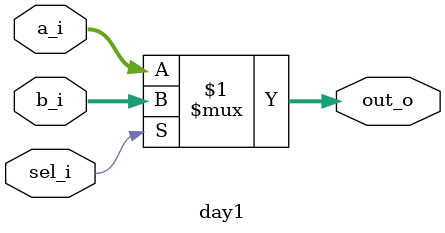
<source format=sv>

module day1 (
    input  wire [7:0] a_i,
    input  wire [7:0] b_i,
    input  wire       sel_i,
    output wire [7:0] out_o
);

    assign out_o = sel_i ? b_i : a_i;
endmodule
</source>
